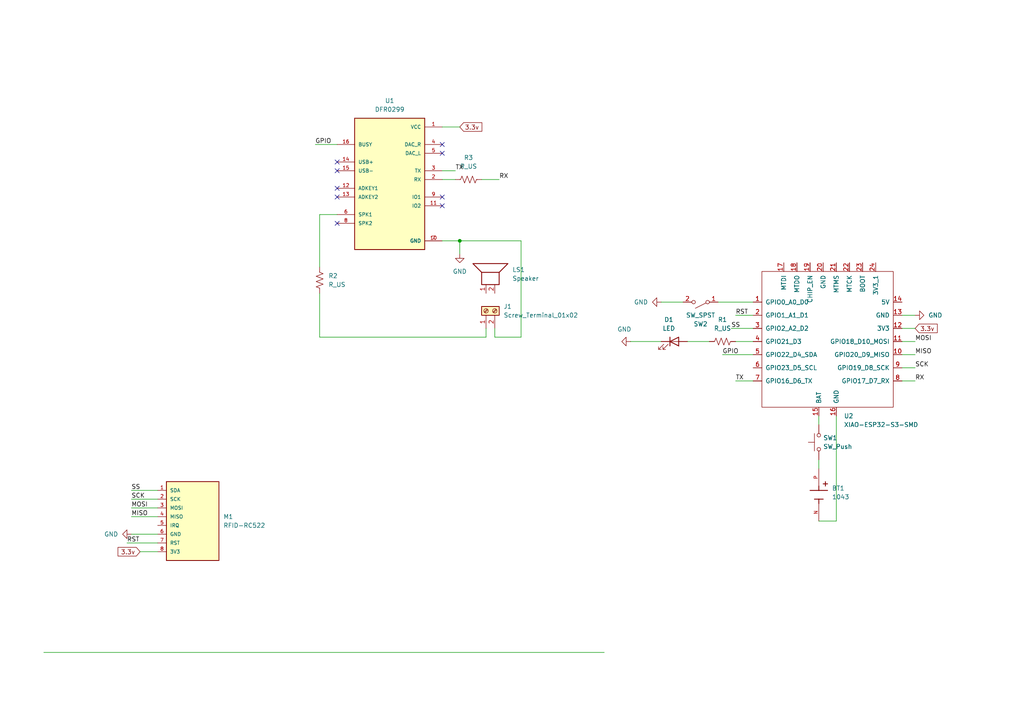
<source format=kicad_sch>
(kicad_sch (version 20231120) (generator "eeschema") (generator_version "8.0")
  (paper "A4")
  (lib_symbols
    (symbol "1043:1043" (pin_names (offset 1.016))
      (property "Reference" "BT" (at -3.81 3.81 0))
      (property "Value" "1043" (at -3.81 -5.08 0))
      (symbol "1043_0_0"
        (polyline (pts (xy -3.81 1.905) (xy -2.54 1.905)) (stroke (width 0.254)))
        (polyline (pts (xy -3.175 2.54) (xy -3.175 1.27)) (stroke (width 0.254)))
        (polyline (pts (xy -1.27 0) (xy -2.54 0)) (stroke (width 0.254)))
        (polyline (pts (xy -1.27 0) (xy -1.27 -2.54)) (stroke (width 0.254)))
        (polyline (pts (xy -1.27 2.54) (xy -1.27 0)) (stroke (width 0.254)))
        (polyline (pts (xy 1.27 0) (xy 1.27 -1.27)) (stroke (width 0.254)))
        (polyline (pts (xy 1.27 0) (xy 2.54 0)) (stroke (width 0.254)))
        (polyline (pts (xy 1.27 1.27) (xy 1.27 0)) (stroke (width 0.254)))
        (pin passive line (at 7.62 0 180) (length 5.08) (name "~") (number "N"))
        (pin passive line (at -7.62 0 0) (length 5.08) (name "~") (number "P"))
      )
    )
    (symbol "Connector:Screw_Terminal_01x02" (pin_names (offset 1.016) hide)
      (property "Reference" "J" (at 0 2.54 0))
      (property "Value" "Screw_Terminal_01x02" (at 0 -5.08 0))
      (symbol "Screw_Terminal_01x02_1_1"
        (rectangle (start -1.27 1.27) (end 1.27 -3.81) (stroke (width 0.254)) (fill (type background)))
        (circle (center 0 -2.54) (radius 0.635) (stroke (width 0.1524)))
        (polyline (pts (xy -0.5334 -2.2098) (xy 0.3302 -3.048)) (stroke (width 0.1524)))
        (polyline (pts (xy -0.5334 0.3302) (xy 0.3302 -0.508)) (stroke (width 0.1524)))
        (polyline (pts (xy -0.3556 -2.032) (xy 0.508 -2.8702)) (stroke (width 0.1524)))
        (polyline (pts (xy -0.3556 0.508) (xy 0.508 -0.3302)) (stroke (width 0.1524)))
        (circle (center 0 0) (radius 0.635) (stroke (width 0.1524)))
        (pin passive line (at -5.08 0 0) (length 3.81) (name "Pin_1") (number "1"))
        (pin passive line (at -5.08 -2.54 0) (length 3.81) (name "Pin_2") (number "2"))
      )
    )
    (symbol "DFR0299:DFR0299" (pin_names (offset 1.016))
      (property "Reference" "U" (at -10.16 18.542 0))
      (property "Value" "DFR0299" (at -10.16 -22.86 0))
      (symbol "DFR0299_0_0"
        (rectangle (start -10.16 -20.32) (end 10.16 17.78) (stroke (width 0.254)) (fill (type background)))
        (pin power_in line (at 15.24 15.24 180) (length 5.08) (name "VCC") (number "1"))
        (pin power_in line (at 15.24 -17.78 180) (length 5.08) (name "GND") (number "10"))
        (pin bidirectional line (at 15.24 -7.62 180) (length 5.08) (name "IO2") (number "11"))
        (pin input line (at -15.24 -2.54 0) (length 5.08) (name "ADKEY1") (number "12"))
        (pin input line (at -15.24 -5.08 0) (length 5.08) (name "ADKEY2") (number "13"))
        (pin input line (at -15.24 5.08 0) (length 5.08) (name "USB+") (number "14"))
        (pin input line (at -15.24 2.54 0) (length 5.08) (name "USB-") (number "15"))
        (pin input line (at -15.24 10.16 0) (length 5.08) (name "BUSY") (number "16"))
        (pin input line (at 15.24 0 180) (length 5.08) (name "RX") (number "2"))
        (pin output line (at 15.24 2.54 180) (length 5.08) (name "TX") (number "3"))
        (pin output line (at 15.24 10.16 180) (length 5.08) (name "DAC_R") (number "4"))
        (pin output line (at 15.24 7.62 180) (length 5.08) (name "DAC_L") (number "5"))
        (pin passive line (at -15.24 -10.16 0) (length 5.08) (name "SPK1") (number "6"))
        (pin power_in line (at 15.24 -17.78 180) (length 5.08) (name "GND") (number "7"))
        (pin passive line (at -15.24 -12.7 0) (length 5.08) (name "SPK2") (number "8"))
        (pin bidirectional line (at 15.24 -5.08 180) (length 5.08) (name "IO1") (number "9"))
      )
    )
    (symbol "Device:LED" (pin_numbers hide) (pin_names (offset 1.016) hide)
      (property "Reference" "D" (at 0 2.54 0))
      (property "Value" "LED" (at 0 -2.54 0))
      (symbol "LED_0_1"
        (polyline (pts (xy -1.27 -1.27) (xy -1.27 1.27)) (stroke (width 0.254)))
        (polyline (pts (xy -1.27 0) (xy 1.27 0)))
        (polyline (pts (xy 1.27 -1.27) (xy 1.27 1.27) (xy -1.27 0) (xy 1.27 -1.27)) (stroke (width 0.254)))
        (polyline (pts (xy -3.048 -0.762) (xy -4.572 -2.286) (xy -3.81 -2.286) (xy -4.572 -2.286) (xy -4.572 -1.524)))
        (polyline (pts (xy -1.778 -0.762) (xy -3.302 -2.286) (xy -2.54 -2.286) (xy -3.302 -2.286) (xy -3.302 -1.524)))
      )
      (symbol "LED_1_1"
        (pin passive line (at -3.81 0 0) (length 2.54) (name "K") (number "1"))
        (pin passive line (at 3.81 0 180) (length 2.54) (name "A") (number "2"))
      )
    )
    (symbol "Device:R_US" (pin_numbers hide) (pin_names (offset 0))
      (property "Reference" "R" (at 2.54 0 90))
      (property "Value" "R_US" (at -2.54 0 90))
      (symbol "R_US_0_1"
        (polyline (pts (xy 0 -2.286) (xy 0 -2.54)))
        (polyline (pts (xy 0 2.286) (xy 0 2.54)))
        (polyline (pts (xy 0 -0.762) (xy 1.016 -1.143) (xy 0 -1.524) (xy -1.016 -1.905) (xy 0 -2.286)))
        (polyline (pts (xy 0 0.762) (xy 1.016 0.381) (xy 0 0) (xy -1.016 -0.381) (xy 0 -0.762)))
        (polyline (pts (xy 0 2.286) (xy 1.016 1.905) (xy 0 1.524) (xy -1.016 1.143) (xy 0 0.762)))
      )
      (symbol "R_US_1_1"
        (pin passive line (at 0 3.81 270) (length 1.27) (name "~") (number "1"))
        (pin passive line (at 0 -3.81 90) (length 1.27) (name "~") (number "2"))
      )
    )
    (symbol "Device:Speaker" (pin_names (offset 0) hide)
      (property "Reference" "LS" (at 1.27 5.715 0))
      (property "Value" "Speaker" (at 1.27 3.81 0))
      (symbol "Speaker_0_0"
        (rectangle (start -2.54 1.27) (end 1.016 -3.81) (stroke (width 0.254)))
        (polyline (pts (xy 1.016 1.27) (xy 3.556 3.81) (xy 3.556 -6.35) (xy 1.016 -3.81)) (stroke (width 0.254)))
      )
      (symbol "Speaker_1_1"
        (pin input line (at -5.08 0 0) (length 2.54) (name "1") (number "1"))
        (pin input line (at -5.08 -2.54 0) (length 2.54) (name "2") (number "2"))
      )
    )
    (symbol "RFID-RC522:RFID-RC522" (pin_names (offset 1.016))
      (property "Reference" "M" (at -7.62 10.922 0))
      (property "Value" "RFID-RC522" (at -7.62 -15.24 0))
      (symbol "RFID-RC522_0_0"
        (rectangle (start -7.62 -12.7) (end 7.62 10.16) (stroke (width 0.254)) (fill (type background)))
        (pin bidirectional line (at -10.16 7.62 0) (length 2.54) (name "SDA") (number "1"))
        (pin bidirectional line (at -10.16 5.08 0) (length 2.54) (name "SCK") (number "2"))
        (pin bidirectional line (at -10.16 2.54 0) (length 2.54) (name "MOSI") (number "3"))
        (pin bidirectional line (at -10.16 0 0) (length 2.54) (name "MISO") (number "4"))
        (pin bidirectional line (at -10.16 -2.54 0) (length 2.54) (name "IRQ") (number "5"))
        (pin bidirectional line (at -10.16 -5.08 0) (length 2.54) (name "GND") (number "6"))
        (pin bidirectional line (at -10.16 -7.62 0) (length 2.54) (name "RST") (number "7"))
        (pin bidirectional line (at -10.16 -10.16 0) (length 2.54) (name "3V3") (number "8"))
      )
    )
    (symbol "Seeed_Studio_XIAO_Series:XIAO-ESP32-C6-SMD" (pin_names (offset 1.016))
      (property "Reference" "U" (at -18.542 23.114 0))
      (property "Value" "XIAO-ESP32-S3-SMD" (at -8.382 21.336 0))
      (symbol "XIAO-ESP32-C6-SMD_0_1"
        (rectangle (start 19.05 -19.05) (end -19.05 20.32))
      )
      (symbol "XIAO-ESP32-C6-SMD_1_1"
        (pin passive line (at -21.59 11.43 0) (length 2.54) (name "GPIO0_A0_D0") (number "1"))
        (pin passive line (at 21.59 -3.81 180) (length 2.54) (name "GPIO20_D9_MISO") (number "10"))
        (pin passive line (at 21.59 0 180) (length 2.54) (name "GPIO18_D10_MOSI") (number "11"))
        (pin passive line (at 21.59 3.81 180) (length 2.54) (name "3V3") (number "12"))
        (pin passive line (at 21.59 7.62 180) (length 2.54) (name "GND") (number "13"))
        (pin passive line (at 21.59 11.43 180) (length 2.54) (name "5V") (number "14"))
        (pin passive line (at -2.54 -21.59 90) (length 2.54) (name "BAT") (number "15"))
        (pin passive line (at 2.54 -21.59 90) (length 2.54) (name "GND") (number "16"))
        (pin passive line (at -12.7 22.86 270) (length 2.54) (name "MTDI") (number "17"))
        (pin passive line (at -8.89 22.86 270) (length 2.54) (name "MTDO") (number "18"))
        (pin passive line (at -5.08 22.86 270) (length 2.54) (name "CHIP_EN") (number "19"))
        (pin passive line (at -21.59 7.62 0) (length 2.54) (name "GPIO1_A1_D1") (number "2"))
        (pin passive line (at -1.27 22.86 270) (length 2.54) (name "GND") (number "20"))
        (pin passive line (at 2.54 22.86 270) (length 2.54) (name "MTMS") (number "21"))
        (pin passive line (at 6.35 22.86 270) (length 2.54) (name "MTCK") (number "22"))
        (pin passive line (at 10.16 22.86 270) (length 2.54) (name "BOOT") (number "23"))
        (pin passive line (at 13.97 22.86 270) (length 2.54) (name "3V3_1") (number "24"))
        (pin passive line (at -21.59 3.81 0) (length 2.54) (name "GPIO2_A2_D2") (number "3"))
        (pin passive line (at -21.59 0 0) (length 2.54) (name "GPIO21_D3") (number "4"))
        (pin passive line (at -21.59 -3.81 0) (length 2.54) (name "GPIO22_D4_SDA") (number "5"))
        (pin passive line (at -21.59 -7.62 0) (length 2.54) (name "GPIO23_D5_SCL") (number "6"))
        (pin passive line (at -21.59 -11.43 0) (length 2.54) (name "GPIO16_D6_TX") (number "7"))
        (pin passive line (at 21.59 -11.43 180) (length 2.54) (name "GPIO17_D7_RX") (number "8"))
        (pin passive line (at 21.59 -7.62 180) (length 2.54) (name "GPIO19_D8_SCK") (number "9"))
      )
    )
    (symbol "Switch:SW_Push" (pin_numbers hide) (pin_names (offset 1.016) hide)
      (property "Reference" "SW" (at 1.27 2.54 0))
      (property "Value" "SW_Push" (at 0 -1.524 0))
      (symbol "SW_Push_0_1"
        (circle (center -2.032 0) (radius 0.508))
        (polyline (pts (xy 0 1.27) (xy 0 3.048)))
        (polyline (pts (xy 2.54 1.27) (xy -2.54 1.27)))
        (circle (center 2.032 0) (radius 0.508))
        (pin passive line (at -5.08 0 0) (length 2.54) (name "1") (number "1"))
        (pin passive line (at 5.08 0 180) (length 2.54) (name "2") (number "2"))
      )
    )
    (symbol "Switch:SW_SPST" (pin_names (offset 0) hide)
      (property "Reference" "SW" (at 0 3.175 0))
      (property "Value" "SW_SPST" (at 0 -2.54 0))
      (symbol "SW_SPST_0_0"
        (circle (center -2.032 0) (radius 0.508))
        (polyline (pts (xy -1.524 0.254) (xy 1.524 1.778)))
        (circle (center 2.032 0) (radius 0.508))
      )
      (symbol "SW_SPST_1_1"
        (pin passive line (at -5.08 0 0) (length 2.54) (name "A") (number "1"))
        (pin passive line (at 5.08 0 180) (length 2.54) (name "B") (number "2"))
      )
    )
    (symbol "power:GND" (power) (pin_numbers hide) (pin_names (offset 0) hide)
      (property "Value" "GND" (at 0 -3.81 0))
      (symbol "GND_0_1"
        (polyline (pts (xy 0 0) (xy 0 -1.27) (xy 1.27 -1.27) (xy 0 -2.54) (xy -1.27 -1.27) (xy 0 -1.27)))
      )
      (symbol "GND_1_1"
        (pin power_in line (at 0 0 270) (length 0) (name "~") (number "1"))
      )
    )
  )
  (junction (at 133.35 69.85))
  (no_connect (at 97.79 57.15))
  (no_connect (at 97.79 49.53))
  (no_connect (at 128.27 59.69))
  (no_connect (at 128.27 44.45))
  (no_connect (at 128.27 41.91))
  (no_connect (at 97.79 46.99))
  (no_connect (at 97.79 54.61))
  (no_connect (at 97.79 64.77))
  (no_connect (at 128.27 57.15))
  (wire (pts (xy 38.1 147.32) (xy 45.72 147.32)))
  (wire (pts (xy 91.44 41.91) (xy 97.79 41.91)))
  (wire (pts (xy 237.49 133.35) (xy 237.49 135.89)))
  (wire (pts (xy 261.62 102.87) (xy 265.43 102.87)))
  (wire (pts (xy 198.12 87.63) (xy 191.77 87.63)))
  (wire (pts (xy 12.7 189.23) (xy 175.26 189.23)))
  (wire (pts (xy 38.1 149.86) (xy 45.72 149.86)))
  (wire (pts (xy 38.1 142.24) (xy 45.72 142.24)))
  (wire (pts (xy 40.64 160.02) (xy 45.72 160.02)))
  (wire (pts (xy 38.1 144.78) (xy 45.72 144.78)))
  (wire (pts (xy 38.1 154.94) (xy 45.72 154.94)))
  (wire (pts (xy 143.51 97.79) (xy 143.51 95.25)))
  (wire (pts (xy 208.28 87.63) (xy 218.44 87.63)))
  (wire (pts (xy 213.36 99.06) (xy 218.44 99.06)))
  (wire (pts (xy 182.88 99.06) (xy 191.77 99.06)))
  (wire (pts (xy 128.27 52.07) (xy 132.08 52.07)))
  (wire (pts (xy 92.71 97.79) (xy 140.97 97.79)))
  (wire (pts (xy 133.35 69.85) (xy 133.35 73.66)))
  (wire (pts (xy 261.62 106.68) (xy 265.43 106.68)))
  (wire (pts (xy 237.49 151.13) (xy 242.57 151.13)))
  (wire (pts (xy 237.49 120.65) (xy 237.49 123.19)))
  (wire (pts (xy 151.13 69.85) (xy 133.35 69.85)))
  (wire (pts (xy 209.55 102.87) (xy 218.44 102.87)))
  (wire (pts (xy 139.7 52.07) (xy 144.78 52.07)))
  (wire (pts (xy 213.36 91.44) (xy 218.44 91.44)))
  (wire (pts (xy 242.57 120.65) (xy 242.57 151.13)))
  (wire (pts (xy 97.79 62.23) (xy 92.71 62.23)))
  (wire (pts (xy 92.71 85.09) (xy 92.71 97.79)))
  (wire (pts (xy 151.13 69.85) (xy 151.13 97.79)))
  (wire (pts (xy 199.39 99.06) (xy 205.74 99.06)))
  (wire (pts (xy 261.62 91.44) (xy 265.43 91.44)))
  (wire (pts (xy 151.13 97.79) (xy 143.51 97.79)))
  (wire (pts (xy 261.62 110.49) (xy 265.43 110.49)))
  (wire (pts (xy 128.27 49.53) (xy 132.08 49.53)))
  (wire (pts (xy 261.62 95.25) (xy 265.43 95.25)))
  (wire (pts (xy 133.35 69.85) (xy 128.27 69.85)))
  (wire (pts (xy 36.83 157.48) (xy 45.72 157.48)))
  (wire (pts (xy 140.97 97.79) (xy 140.97 95.25)))
  (wire (pts (xy 212.09 95.25) (xy 218.44 95.25)))
  (wire (pts (xy 261.62 99.06) (xy 265.43 99.06)))
  (wire (pts (xy 92.71 62.23) (xy 92.71 77.47)))
  (wire (pts (xy 128.27 36.83) (xy 133.35 36.83)))
  (wire (pts (xy 213.36 110.49) (xy 218.44 110.49)))
  (label "SCK" (at 265.43 106.68 0))
  (label "SS" (at 212.09 95.25 0))
  (label "GPIO" (at 209.55 102.87 0))
  (label "MISO" (at 265.43 102.87 0))
  (label "RST" (at 36.83 157.48 0))
  (label "RST" (at 213.36 91.44 0))
  (label "TX" (at 213.36 110.49 0))
  (label "MOSI" (at 38.1 147.32 0))
  (label "RX" (at 265.43 110.49 0))
  (label "MOSI" (at 265.43 99.06 0))
  (label "TX" (at 132.08 49.53 0))
  (label "SCK" (at 38.1 144.78 0))
  (label "GPIO" (at 91.44 41.91 0))
  (label "SS" (at 38.1 142.24 0))
  (label "MISO" (at 38.1 149.86 0))
  (label "RX" (at 144.78 52.07 0))
  (global_label "3.3v" (shape input) (at 133.35 36.83 0) (property "Intersheetrefs" "${INTERSHEET_REFS}" (effects (hide yes))))
  (global_label "3.3v" (shape input) (at 40.64 160.02 180) (property "Intersheetrefs" "${INTERSHEET_REFS}" (effects (hide yes))))
  (global_label "3.3v" (shape input) (at 265.43 95.25 0) (property "Intersheetrefs" "${INTERSHEET_REFS}" (effects (hide yes))))
  (symbol (lib_id "Device:Speaker") (at 140.97 80.01 90) (unit 1)
    (property "Reference" "LS1" (at 148.59 78.2319 90) (effects (justify right)))
    (property "Value" "Speaker" (at 148.59 80.7719 90) (effects (justify right)))
    (property "Description" "Speaker" (effects (hide yes)))
  )
  (symbol (lib_id "power:GND") (at 191.77 87.63 270) (unit 1)
    (property "Reference" "#PWR01" (effects (hide yes)))
    (property "Value" "GND" (at 187.96 87.6301 90) (effects (justify right)))
    (property "Description" "Power symbol creates a global label with name \"GND\" , ground" (effects (hide yes)))
  )
  (symbol (lib_id "Switch:SW_SPST") (at 203.2 87.63 180) (unit 1)
    (property "Reference" "SW2" (at 203.2 93.98 0))
    (property "Value" "SW_SPST" (at 203.2 91.44 0))
    (property "Footprint" "Button_Switch_SMD:SW_DIP_SPSTx01_Slide_6.7x4.1mm_W6.73mm_P2.54mm_LowProfile_JPin" (effects (hide yes)))
    (property "Description" "Single Pole Single Throw (SPST) switch" (effects (hide yes)))
  )
  (symbol (lib_id "power:GND") (at 38.1 154.94 270) (unit 1)
    (property "Reference" "#PWR02" (effects (hide yes)))
    (property "Value" "GND" (at 34.29 154.9399 90) (effects (justify right)))
    (property "Description" "Power symbol creates a global label with name \"GND\" , ground" (effects (hide yes)))
  )
  (symbol (lib_id "RFID-RC522:RFID-RC522") (at 55.88 149.86 0) (unit 1)
    (property "Reference" "M1" (at 64.77 149.8599 0) (effects (justify left)))
    (property "Value" "RFID-RC522" (at 64.77 152.3999 0) (effects (justify left)))
    (property "Footprint" "RFID-RC522:RFID-RC522" (effects (hide yes)))
    (property "MF" "Handson Technology" (effects (hide yes)))
    (property "Description_1" "\n                        \n                            Development kit in an integrated reader/writer IC MFRC522 for contactless communication at 13.56 MHz.\n                        \n" (effects (hide yes)))
    (property "MPN" "RFID-RC522" (effects (hide yes)))
    (property "Price" "None" (effects (hide yes)))
    (property "Package" "Package" (effects (hide yes)))
    (property "Check_prices" "https://www.snapeda.com/parts/RFID-RC522/Handson+Technology/view-part/?ref=eda" (effects (hide yes)))
    (property "SnapEDA_Link" "https://www.snapeda.com/parts/RFID-RC522/Handson+Technology/view-part/?ref=snap" (effects (hide yes)))
    (property "MP" "RFID-RC522" (effects (hide yes)))
    (property "Availability" "Not in stock" (effects (hide yes)))
    (property "DESC" "MFRC522 RFID Module" (effects (hide yes)))
  )
  (symbol (lib_id "Switch:SW_Push") (at 237.49 128.27 90) (unit 1)
    (property "Reference" "SW1" (at 238.76 126.9999 90) (effects (justify right)))
    (property "Value" "SW_Push" (at 238.76 129.5399 90) (effects (justify right)))
    (property "Footprint" "Button_Switch_SMD:SW_Push_1P1T-SH_NO_CK_KMR2xxG" (effects (hide yes)))
    (property "Description" "Push button switch, generic, two pins" (effects (hide yes)))
  )
  (symbol (lib_id "Device:LED") (at 195.58 99.06 0) (unit 1)
    (property "Reference" "D1" (at 193.9925 92.71 0))
    (property "Value" "LED" (at 193.9925 95.25 0))
    (property "Footprint" "LED_SMD:LED-APA102-2020" (effects (hide yes)))
    (property "Description" "Light emitting diode" (effects (hide yes)))
  )
  (symbol (lib_id "power:GND") (at 133.35 73.66 0) (unit 1)
    (property "Reference" "#PWR04" (effects (hide yes)))
    (property "Value" "GND" (at 133.35 78.74 0))
    (property "Description" "Power symbol creates a global label with name \"GND\" , ground" (effects (hide yes)))
  )
  (symbol (lib_id "Seeed_Studio_XIAO_Series:XIAO-ESP32-C6-SMD") (at 240.03 99.06 0) (unit 1)
    (property "Reference" "U2" (at 244.7641 120.65 0) (effects (justify left)))
    (property "Value" "XIAO-ESP32-S3-SMD" (at 244.7641 123.19 0) (effects (justify left)))
    (property "Footprint" "esp32c6:XIAO-ESP32C6-SMD" (effects (hide yes)))
  )
  (symbol (lib_id "1043:1043") (at 237.49 143.51 270) (unit 1)
    (property "Reference" "BT1" (at 241.3 141.6049 90) (effects (justify left)))
    (property "Value" "1043" (at 241.3 144.1449 90) (effects (justify left)))
    (property "Footprint" "BAT_1043:BAT_1043" (effects (hide yes)))
    (property "MF" "Keystone Electronics" (effects (hide yes)))
    (property "MAXIMUM_PACKAGE_HEIGHT" "14.86mm" (effects (hide yes)))
    (property "Package" "NON STANDARD-5 Keystone" (effects (hide yes)))
    (property "Price" "None" (effects (hide yes)))
    (property "Check_prices" "https://www.snapeda.com/parts/1043/Keystone/view-part/?ref=eda" (effects (hide yes)))
    (property "STANDARD" "Manufacturer Recommendations" (effects (hide yes)))
    (property "PARTREV" "J" (effects (hide yes)))
    (property "SnapEDA_Link" "https://www.snapeda.com/parts/1043/Keystone/view-part/?ref=snap" (effects (hide yes)))
    (property "MP" "1043" (effects (hide yes)))
    (property "Description_1" "\n                        \n                            THM Holder for 18650 Battery\n                        \n" (effects (hide yes)))
    (property "MANUFACTURER" "Keystone" (effects (hide yes)))
    (property "Availability" "In Stock" (effects (hide yes)))
    (property "SNAPEDA_PN" "1043" (effects (hide yes)))
  )
  (symbol (lib_id "Connector:Screw_Terminal_01x02") (at 140.97 90.17 90) (unit 1)
    (property "Reference" "J1" (at 146.05 88.8999 90) (effects (justify right)))
    (property "Value" "Screw_Terminal_01x02" (at 146.05 91.4399 90) (effects (justify right)))
    (property "Footprint" "TerminalBlock_WAGO:TerminalBlock_WAGO_236-102_1x02_P5.00mm_45Degree" (effects (hide yes)))
    (property "Description" "Generic screw terminal, single row, 01x02, script generated (kicad-library-utils/schlib/autogen/connector/)" (effects (hide yes)))
  )
  (symbol (lib_id "power:GND") (at 265.43 91.44 90) (unit 1)
    (property "Reference" "#PWR05" (effects (hide yes)))
    (property "Value" "GND" (at 269.24 91.4399 90) (effects (justify right)))
    (property "Description" "Power symbol creates a global label with name \"GND\" , ground" (effects (hide yes)))
  )
  (symbol (lib_id "Device:R_US") (at 92.71 81.28 180) (unit 1)
    (property "Reference" "R2" (at 95.25 80.0099 0) (effects (justify right)))
    (property "Value" "R_US" (at 95.25 82.5499 0) (effects (justify right)))
    (property "Footprint" "Resistor_SMD:R_0201_0603Metric" (effects (hide yes)))
    (property "Description" "Resistor, US symbol" (effects (hide yes)))
  )
  (symbol (lib_id "power:GND") (at 182.88 99.06 270) (unit 1)
    (property "Reference" "#PWR03" (effects (hide yes)))
    (property "Value" "GND" (at 183.134 95.504 90) (effects (justify right)))
    (property "Description" "Power symbol creates a global label with name \"GND\" , ground" (effects (hide yes)))
  )
  (symbol (lib_id "Device:R_US") (at 209.55 99.06 90) (unit 1)
    (property "Reference" "R1" (at 209.55 92.71 90))
    (property "Value" "R_US" (at 209.55 95.25 90))
    (property "Footprint" "Resistor_SMD:R_0201_0603Metric" (effects (hide yes)))
    (property "Description" "Resistor, US symbol" (effects (hide yes)))
  )
  (symbol (lib_id "Device:R_US") (at 135.89 52.07 90) (unit 1)
    (property "Reference" "R3" (at 135.89 45.72 90))
    (property "Value" "R_US" (at 135.89 48.26 90))
    (property "Footprint" "Resistor_SMD:R_0201_0603Metric" (effects (hide yes)))
    (property "Description" "Resistor, US symbol" (effects (hide yes)))
  )
  (symbol (lib_id "DFR0299:DFR0299") (at 113.03 52.07 0) (unit 1)
    (property "Reference" "U1" (at 113.03 29.21 0))
    (property "Value" "DFR0299" (at 113.03 31.75 0))
    (property "Footprint" "DFR0299:MODULE_DFR0299" (effects (hide yes)))
    (property "MF" "DFRobot" (effects (hide yes)))
    (property "DESCRIPTION" "Dfplayer - a Mini Mp3 Player" (effects (hide yes)))
    (property "PACKAGE" "None" (effects (hide yes)))
    (property "PRICE" "None" (effects (hide yes)))
    (property "Package" "None" (effects (hide yes)))
    (property "Check_prices" "https://www.snapeda.com/parts/DFR0299/DFRobot/view-part/?ref=eda" (effects (hide yes)))
    (property "Price" "None" (effects (hide yes)))
    (property "SnapEDA_Link" "https://www.snapeda.com/parts/DFR0299/DFRobot/view-part/?ref=snap" (effects (hide yes)))
    (property "MP" "DFR0299" (effects (hide yes)))
    (property "Availability" "In Stock" (effects (hide yes)))
    (property "AVAILABILITY" "Unavailable" (effects (hide yes)))
    (property "Description_1" "\n                        \n                            - MP3 Player Audio Arduino Platform Evaluation Expansion Board\n                        \n" (effects (hide yes)))
  )
)
</source>
